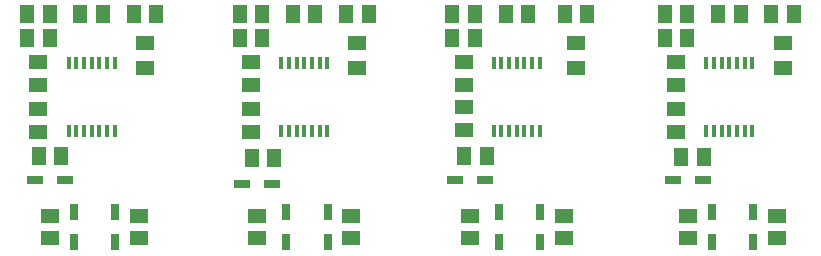
<source format=gbr>
%TF.GenerationSoftware,KiCad,Pcbnew,(6.0.9)*%
%TF.CreationDate,2022-12-27T14:58:47-08:00*%
%TF.ProjectId,esp32-poe-thermocouple-hat-prod-onboard,65737033-322d-4706-9f65-2d746865726d,rev?*%
%TF.SameCoordinates,Original*%
%TF.FileFunction,Paste,Top*%
%TF.FilePolarity,Positive*%
%FSLAX46Y46*%
G04 Gerber Fmt 4.6, Leading zero omitted, Abs format (unit mm)*
G04 Created by KiCad (PCBNEW (6.0.9)) date 2022-12-27 14:58:47*
%MOMM*%
%LPD*%
G01*
G04 APERTURE LIST*
%ADD10R,0.304800X0.990600*%
%ADD11R,1.500000X1.200000*%
%ADD12R,1.300000X1.500000*%
%ADD13R,1.500000X1.300000*%
%ADD14R,1.350000X0.800000*%
%ADD15R,0.800000X1.350000*%
G04 APERTURE END LIST*
D10*
%TO.C,U2*%
X153691100Y-109421400D03*
X153041100Y-109421400D03*
X152391100Y-109421400D03*
X151741100Y-109421400D03*
X151091100Y-109421400D03*
X150441100Y-109421400D03*
X149791100Y-109421400D03*
X149791100Y-103585800D03*
X150441100Y-103585800D03*
X151091100Y-103585800D03*
X151741100Y-103585800D03*
X152391100Y-103585800D03*
X153041100Y-103585800D03*
X153691100Y-103585800D03*
%TD*%
D11*
%TO.C,C1*%
X156241100Y-101953600D03*
X156241100Y-104053600D03*
%TD*%
D12*
%TO.C,C2*%
X150791100Y-99503600D03*
X152691100Y-99503600D03*
%TD*%
%TO.C,C3*%
X146291100Y-101503600D03*
X148191100Y-101503600D03*
%TD*%
D13*
%TO.C,C4*%
X147241100Y-105453600D03*
X147241100Y-103553600D03*
%TD*%
%TO.C,C5*%
X147241100Y-107553600D03*
X147241100Y-109453600D03*
%TD*%
D12*
%TO.C,R1*%
X155291100Y-99503600D03*
X157191100Y-99503600D03*
%TD*%
%TO.C,R2*%
X148191100Y-99503600D03*
X146291100Y-99503600D03*
%TD*%
D14*
%TO.C,D1*%
X149511100Y-113503600D03*
X146971100Y-113503600D03*
%TD*%
D15*
%TO.C,D2*%
X150241100Y-116233600D03*
X150241100Y-118773600D03*
%TD*%
%TO.C,D3*%
X153741100Y-116233600D03*
X153741100Y-118773600D03*
%TD*%
D13*
%TO.C,R3*%
X155741100Y-118453600D03*
X155741100Y-116553600D03*
%TD*%
%TO.C,R4*%
X148241100Y-118453600D03*
X148241100Y-116553600D03*
%TD*%
D12*
%TO.C,R5*%
X147671100Y-111563600D03*
X149571100Y-111563600D03*
%TD*%
D10*
%TO.C,U1*%
X135691100Y-109421400D03*
X135041100Y-109421400D03*
X134391100Y-109421400D03*
X133741100Y-109421400D03*
X133091100Y-109421400D03*
X132441100Y-109421400D03*
X131791100Y-109421400D03*
X131791100Y-103585800D03*
X132441100Y-103585800D03*
X133091100Y-103585800D03*
X133741100Y-103585800D03*
X134391100Y-103585800D03*
X135041100Y-103585800D03*
X135691100Y-103585800D03*
%TD*%
D11*
%TO.C,C6*%
X138741100Y-101953600D03*
X138741100Y-104053600D03*
%TD*%
D12*
%TO.C,C7*%
X132791100Y-99503600D03*
X134691100Y-99503600D03*
%TD*%
%TO.C,C8*%
X128291100Y-101503600D03*
X130191100Y-101503600D03*
%TD*%
D13*
%TO.C,C9*%
X129241100Y-105453600D03*
X129241100Y-103553600D03*
%TD*%
%TO.C,C10*%
X129261100Y-107373600D03*
X129261100Y-109273600D03*
%TD*%
D12*
%TO.C,R6*%
X137791100Y-99503600D03*
X139691100Y-99503600D03*
%TD*%
%TO.C,R7*%
X130191100Y-99503600D03*
X128291100Y-99503600D03*
%TD*%
D14*
%TO.C,D4*%
X131011100Y-113503600D03*
X128471100Y-113503600D03*
%TD*%
D15*
%TO.C,D5*%
X132241100Y-116233600D03*
X132241100Y-118773600D03*
%TD*%
%TO.C,D6*%
X135741100Y-116233600D03*
X135741100Y-118773600D03*
%TD*%
D13*
%TO.C,R8*%
X137741100Y-118453600D03*
X137741100Y-116553600D03*
%TD*%
%TO.C,R9*%
X129741100Y-118453600D03*
X129741100Y-116553600D03*
%TD*%
D12*
%TO.C,R10*%
X129291100Y-111503600D03*
X131191100Y-111503600D03*
%TD*%
D10*
%TO.C,U3*%
X117691100Y-109421400D03*
X117041100Y-109421400D03*
X116391100Y-109421400D03*
X115741100Y-109421400D03*
X115091100Y-109421400D03*
X114441100Y-109421400D03*
X113791100Y-109421400D03*
X113791100Y-103585800D03*
X114441100Y-103585800D03*
X115091100Y-103585800D03*
X115741100Y-103585800D03*
X116391100Y-103585800D03*
X117041100Y-103585800D03*
X117691100Y-103585800D03*
%TD*%
D11*
%TO.C,C11*%
X120241100Y-101953600D03*
X120241100Y-104053600D03*
%TD*%
D12*
%TO.C,C12*%
X114791100Y-99503600D03*
X116691100Y-99503600D03*
%TD*%
%TO.C,C13*%
X110291100Y-101503600D03*
X112191100Y-101503600D03*
%TD*%
D13*
%TO.C,C14*%
X111241100Y-105453600D03*
X111241100Y-103553600D03*
%TD*%
%TO.C,C15*%
X111241100Y-107553600D03*
X111241100Y-109453600D03*
%TD*%
D12*
%TO.C,R11*%
X119291100Y-99503600D03*
X121191100Y-99503600D03*
%TD*%
%TO.C,R12*%
X112191100Y-99503600D03*
X110291100Y-99503600D03*
%TD*%
D14*
%TO.C,D7*%
X112991100Y-113843600D03*
X110451100Y-113843600D03*
%TD*%
D15*
%TO.C,D8*%
X114241100Y-116233600D03*
X114241100Y-118773600D03*
%TD*%
%TO.C,D9*%
X117741100Y-116233600D03*
X117741100Y-118773600D03*
%TD*%
D13*
%TO.C,R13*%
X119741100Y-118453600D03*
X119741100Y-116553600D03*
%TD*%
%TO.C,R14*%
X111741100Y-118453600D03*
X111741100Y-116553600D03*
%TD*%
D12*
%TO.C,R15*%
X111311100Y-111703600D03*
X113211100Y-111703600D03*
%TD*%
D10*
%TO.C,U4*%
X99691100Y-109421400D03*
X99041100Y-109421400D03*
X98391100Y-109421400D03*
X97741100Y-109421400D03*
X97091100Y-109421400D03*
X96441100Y-109421400D03*
X95791100Y-109421400D03*
X95791100Y-103585800D03*
X96441100Y-103585800D03*
X97091100Y-103585800D03*
X97741100Y-103585800D03*
X98391100Y-103585800D03*
X99041100Y-103585800D03*
X99691100Y-103585800D03*
%TD*%
D11*
%TO.C,C16*%
X102241100Y-101953600D03*
X102241100Y-104053600D03*
%TD*%
D12*
%TO.C,C17*%
X96791100Y-99503600D03*
X98691100Y-99503600D03*
%TD*%
%TO.C,C18*%
X92291100Y-101503600D03*
X94191100Y-101503600D03*
%TD*%
D13*
%TO.C,C19*%
X93241100Y-105453600D03*
X93241100Y-103553600D03*
%TD*%
%TO.C,C20*%
X93241100Y-107553600D03*
X93241100Y-109453600D03*
%TD*%
D12*
%TO.C,R16*%
X101291100Y-99503600D03*
X103191100Y-99503600D03*
%TD*%
%TO.C,R17*%
X94191100Y-99503600D03*
X92291100Y-99503600D03*
%TD*%
D14*
%TO.C,D10*%
X95511100Y-113503600D03*
X92971100Y-113503600D03*
%TD*%
D15*
%TO.C,D11*%
X96241100Y-116233600D03*
X96241100Y-118773600D03*
%TD*%
%TO.C,D12*%
X99741100Y-116233600D03*
X99741100Y-118773600D03*
%TD*%
D13*
%TO.C,R18*%
X101741100Y-118453600D03*
X101741100Y-116553600D03*
%TD*%
%TO.C,R19*%
X94241100Y-118453600D03*
X94241100Y-116553600D03*
%TD*%
D12*
%TO.C,R20*%
X93291100Y-111503600D03*
X95191100Y-111503600D03*
%TD*%
M02*

</source>
